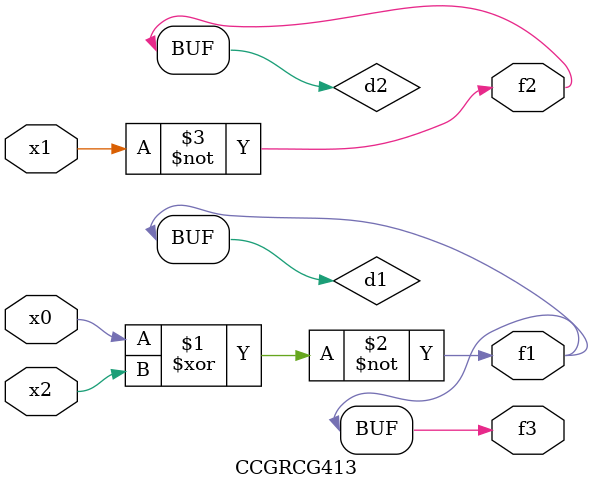
<source format=v>
module CCGRCG413(
	input x0, x1, x2,
	output f1, f2, f3
);

	wire d1, d2, d3;

	xnor (d1, x0, x2);
	nand (d2, x1);
	nor (d3, x1, x2);
	assign f1 = d1;
	assign f2 = d2;
	assign f3 = d1;
endmodule

</source>
